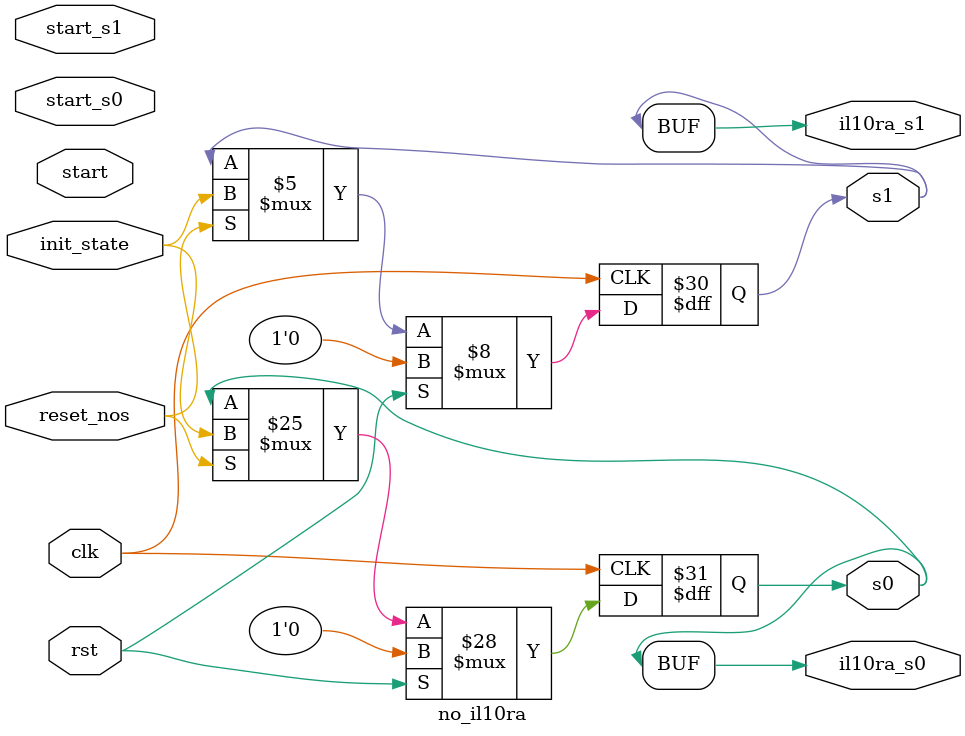
<source format=v>

module no_il10ra
(
  input clk,
  input start,
  input rst,
  input reset_nos,
  input start_s0,
  input start_s1,
  input init_state,
  output reg [1-1:0] s0,
  output reg [1-1:0] s1,
  output [1-1:0] il10ra_s0,
  output [1-1:0] il10ra_s1
);

  reg pass;

  always @(posedge clk) begin
    if(rst) begin
      s0 <= 1'd0;
      pass <= 1'b0;
    end else begin
      if(reset_nos) begin
        s0 <= init_state;
        pass <= 1;
      end else begin
        if(start_s0) begin
          if(pass) begin
            s0 <=  s0 ;
            pass <= 0;
          end else begin
            pass <= 1;
          end
        end 
      end
    end
  end


  always @(posedge clk) begin
    if(rst) begin
      s1 <= 1'd0;
    end else begin
      if(reset_nos) begin
        s1 <= init_state;
      end else begin
        if(start_s1) begin
          s1 <=  s1 ;
        end 
      end
    end
  end

  assign il10ra_s0 = s0;
  assign il10ra_s1 = s1;

endmodule

</source>
